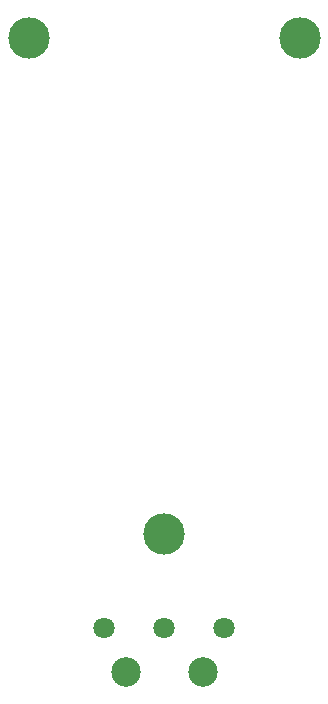
<source format=gbr>
G04 (created by PCBNEW (2013-may-18)-stable) date Пт 28 авг 2015 20:52:40*
%MOIN*%
G04 Gerber Fmt 3.4, Leading zero omitted, Abs format*
%FSLAX34Y34*%
G01*
G70*
G90*
G04 APERTURE LIST*
%ADD10C,0.00393701*%
%ADD11C,0.137795*%
%ADD12C,0.0708661*%
%ADD13C,0.0984252*%
G04 APERTURE END LIST*
G54D10*
G54D11*
X7074Y-9779D03*
X16129Y-9779D03*
X11601Y-26315D03*
G54D12*
X13601Y-29464D03*
X11601Y-29464D03*
X9601Y-29464D03*
G54D13*
X12881Y-30941D03*
X10322Y-30941D03*
M02*

</source>
